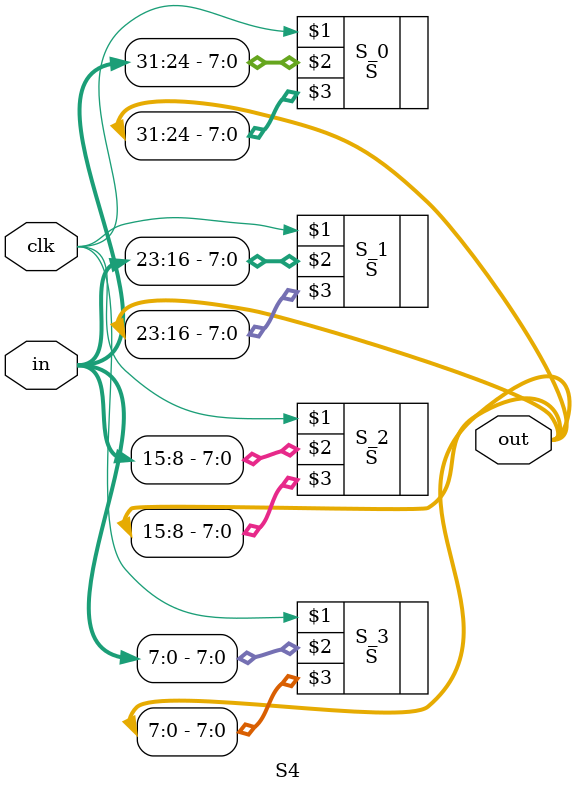
<source format=v>
/*
 * Copyright 2012, Homer Hsing <homer.hsing@gmail.com>
 *
 * Licensed under the Apache License, Version 2.0 (the "License");
 * you may not use this file except in compliance with the License.
 * You may obtain a copy of the License at
 *
 * http://www.apache.org/licenses/LICENSE-2.0
 *
 * Unless required by applicable law or agreed to in writing, software
 * distributed under the License is distributed on an "AS IS" BASIS,
 * WITHOUT WARRANTIES OR CONDITIONS OF ANY KIND, either express or implied.
 * See the License for the specific language governing permissions and
 * limitations under the License.
 */
 

/* substitue four bytes in a word */
/* in --1d--> out */



module S4 (clk, in, out);
    input clk;
    input [31:0] in;
    output [31:0] out;
    
    S
        S_0 (clk, in[31:24], out[31:24]),
        S_1 (clk, in[23:16], out[23:16]),
        S_2 (clk, in[15:8],  out[15:8] ),
        S_3 (clk, in[7:0],   out[7:0]  );
endmodule

</source>
